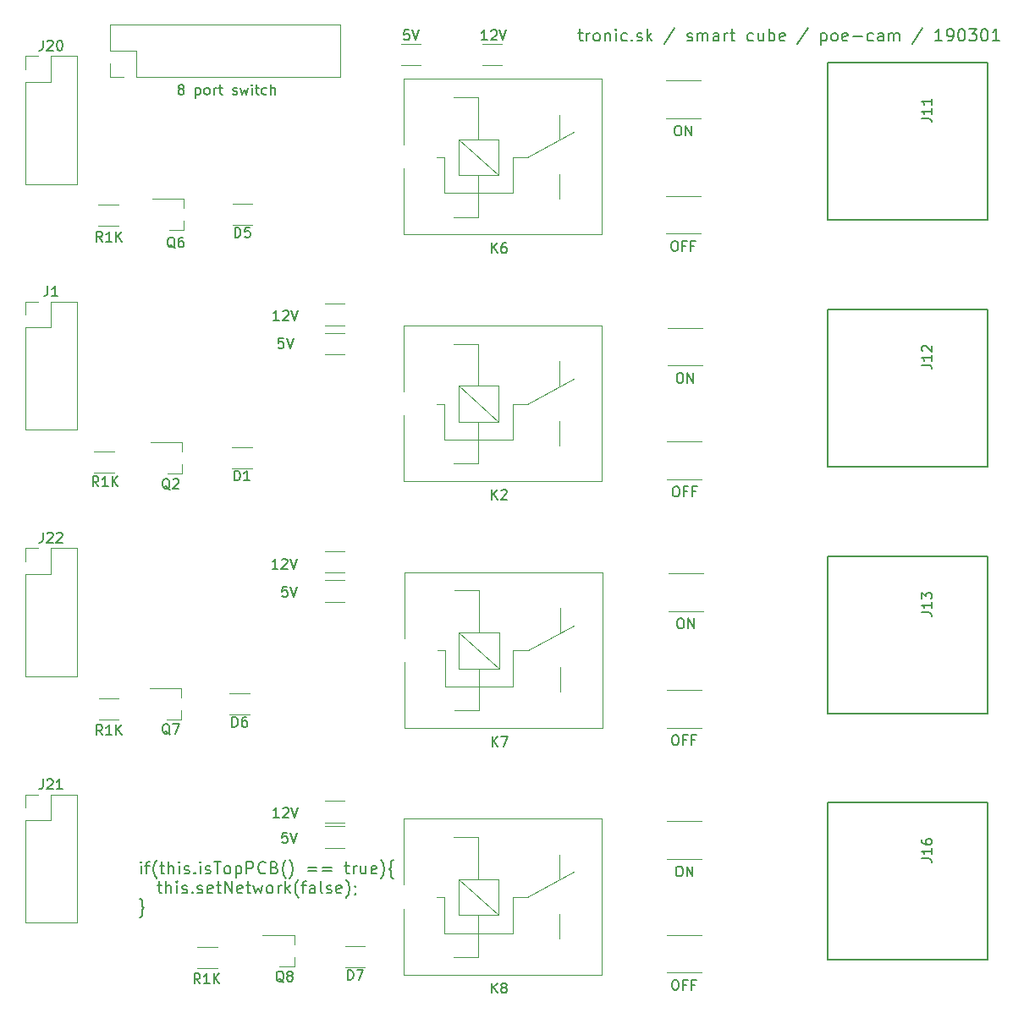
<source format=gto>
G04 #@! TF.FileFunction,Legend,Top*
%FSLAX46Y46*%
G04 Gerber Fmt 4.6, Leading zero omitted, Abs format (unit mm)*
G04 Created by KiCad (PCBNEW 4.0.7) date 03/01/19 13:16:32*
%MOMM*%
%LPD*%
G01*
G04 APERTURE LIST*
%ADD10C,0.100000*%
%ADD11C,0.150000*%
%ADD12C,0.200000*%
%ADD13C,0.120000*%
%ADD14C,0.180000*%
G04 APERTURE END LIST*
D10*
D11*
X150272714Y-138927857D02*
X150272714Y-138127857D01*
X150272714Y-137727857D02*
X150215571Y-137785000D01*
X150272714Y-137842143D01*
X150329857Y-137785000D01*
X150272714Y-137727857D01*
X150272714Y-137842143D01*
X150672715Y-138127857D02*
X151129858Y-138127857D01*
X150844143Y-138927857D02*
X150844143Y-137899286D01*
X150901286Y-137785000D01*
X151015572Y-137727857D01*
X151129858Y-137727857D01*
X151872714Y-139385000D02*
X151815572Y-139327857D01*
X151701286Y-139156429D01*
X151644143Y-139042143D01*
X151587000Y-138870714D01*
X151529857Y-138585000D01*
X151529857Y-138356429D01*
X151587000Y-138070714D01*
X151644143Y-137899286D01*
X151701286Y-137785000D01*
X151815572Y-137613571D01*
X151872714Y-137556429D01*
X152158429Y-138127857D02*
X152615572Y-138127857D01*
X152329857Y-137727857D02*
X152329857Y-138756429D01*
X152387000Y-138870714D01*
X152501286Y-138927857D01*
X152615572Y-138927857D01*
X153015571Y-138927857D02*
X153015571Y-137727857D01*
X153529857Y-138927857D02*
X153529857Y-138299286D01*
X153472714Y-138185000D01*
X153358428Y-138127857D01*
X153187000Y-138127857D01*
X153072714Y-138185000D01*
X153015571Y-138242143D01*
X154101285Y-138927857D02*
X154101285Y-138127857D01*
X154101285Y-137727857D02*
X154044142Y-137785000D01*
X154101285Y-137842143D01*
X154158428Y-137785000D01*
X154101285Y-137727857D01*
X154101285Y-137842143D01*
X154615571Y-138870714D02*
X154729857Y-138927857D01*
X154958429Y-138927857D01*
X155072714Y-138870714D01*
X155129857Y-138756429D01*
X155129857Y-138699286D01*
X155072714Y-138585000D01*
X154958429Y-138527857D01*
X154787000Y-138527857D01*
X154672714Y-138470714D01*
X154615571Y-138356429D01*
X154615571Y-138299286D01*
X154672714Y-138185000D01*
X154787000Y-138127857D01*
X154958429Y-138127857D01*
X155072714Y-138185000D01*
X155644143Y-138813571D02*
X155701286Y-138870714D01*
X155644143Y-138927857D01*
X155587000Y-138870714D01*
X155644143Y-138813571D01*
X155644143Y-138927857D01*
X156215572Y-138927857D02*
X156215572Y-138127857D01*
X156215572Y-137727857D02*
X156158429Y-137785000D01*
X156215572Y-137842143D01*
X156272715Y-137785000D01*
X156215572Y-137727857D01*
X156215572Y-137842143D01*
X156729858Y-138870714D02*
X156844144Y-138927857D01*
X157072716Y-138927857D01*
X157187001Y-138870714D01*
X157244144Y-138756429D01*
X157244144Y-138699286D01*
X157187001Y-138585000D01*
X157072716Y-138527857D01*
X156901287Y-138527857D01*
X156787001Y-138470714D01*
X156729858Y-138356429D01*
X156729858Y-138299286D01*
X156787001Y-138185000D01*
X156901287Y-138127857D01*
X157072716Y-138127857D01*
X157187001Y-138185000D01*
X157587002Y-137727857D02*
X158272716Y-137727857D01*
X157929859Y-138927857D02*
X157929859Y-137727857D01*
X158844145Y-138927857D02*
X158729859Y-138870714D01*
X158672716Y-138813571D01*
X158615573Y-138699286D01*
X158615573Y-138356429D01*
X158672716Y-138242143D01*
X158729859Y-138185000D01*
X158844145Y-138127857D01*
X159015573Y-138127857D01*
X159129859Y-138185000D01*
X159187002Y-138242143D01*
X159244145Y-138356429D01*
X159244145Y-138699286D01*
X159187002Y-138813571D01*
X159129859Y-138870714D01*
X159015573Y-138927857D01*
X158844145Y-138927857D01*
X159758430Y-138127857D02*
X159758430Y-139327857D01*
X159758430Y-138185000D02*
X159872716Y-138127857D01*
X160101287Y-138127857D01*
X160215573Y-138185000D01*
X160272716Y-138242143D01*
X160329859Y-138356429D01*
X160329859Y-138699286D01*
X160272716Y-138813571D01*
X160215573Y-138870714D01*
X160101287Y-138927857D01*
X159872716Y-138927857D01*
X159758430Y-138870714D01*
X160844144Y-138927857D02*
X160844144Y-137727857D01*
X161301287Y-137727857D01*
X161415573Y-137785000D01*
X161472716Y-137842143D01*
X161529859Y-137956429D01*
X161529859Y-138127857D01*
X161472716Y-138242143D01*
X161415573Y-138299286D01*
X161301287Y-138356429D01*
X160844144Y-138356429D01*
X162729859Y-138813571D02*
X162672716Y-138870714D01*
X162501287Y-138927857D01*
X162387001Y-138927857D01*
X162215573Y-138870714D01*
X162101287Y-138756429D01*
X162044144Y-138642143D01*
X161987001Y-138413571D01*
X161987001Y-138242143D01*
X162044144Y-138013571D01*
X162101287Y-137899286D01*
X162215573Y-137785000D01*
X162387001Y-137727857D01*
X162501287Y-137727857D01*
X162672716Y-137785000D01*
X162729859Y-137842143D01*
X163644144Y-138299286D02*
X163815573Y-138356429D01*
X163872716Y-138413571D01*
X163929859Y-138527857D01*
X163929859Y-138699286D01*
X163872716Y-138813571D01*
X163815573Y-138870714D01*
X163701287Y-138927857D01*
X163244144Y-138927857D01*
X163244144Y-137727857D01*
X163644144Y-137727857D01*
X163758430Y-137785000D01*
X163815573Y-137842143D01*
X163872716Y-137956429D01*
X163872716Y-138070714D01*
X163815573Y-138185000D01*
X163758430Y-138242143D01*
X163644144Y-138299286D01*
X163244144Y-138299286D01*
X164787001Y-139385000D02*
X164729859Y-139327857D01*
X164615573Y-139156429D01*
X164558430Y-139042143D01*
X164501287Y-138870714D01*
X164444144Y-138585000D01*
X164444144Y-138356429D01*
X164501287Y-138070714D01*
X164558430Y-137899286D01*
X164615573Y-137785000D01*
X164729859Y-137613571D01*
X164787001Y-137556429D01*
X165129859Y-139385000D02*
X165187001Y-139327857D01*
X165301287Y-139156429D01*
X165358430Y-139042143D01*
X165415573Y-138870714D01*
X165472716Y-138585000D01*
X165472716Y-138356429D01*
X165415573Y-138070714D01*
X165358430Y-137899286D01*
X165301287Y-137785000D01*
X165187001Y-137613571D01*
X165129859Y-137556429D01*
X166958430Y-138299286D02*
X167872716Y-138299286D01*
X167872716Y-138642143D02*
X166958430Y-138642143D01*
X168444144Y-138299286D02*
X169358430Y-138299286D01*
X169358430Y-138642143D02*
X168444144Y-138642143D01*
X170672716Y-138127857D02*
X171129859Y-138127857D01*
X170844144Y-137727857D02*
X170844144Y-138756429D01*
X170901287Y-138870714D01*
X171015573Y-138927857D01*
X171129859Y-138927857D01*
X171529858Y-138927857D02*
X171529858Y-138127857D01*
X171529858Y-138356429D02*
X171587001Y-138242143D01*
X171644144Y-138185000D01*
X171758430Y-138127857D01*
X171872715Y-138127857D01*
X172787001Y-138127857D02*
X172787001Y-138927857D01*
X172272715Y-138127857D02*
X172272715Y-138756429D01*
X172329858Y-138870714D01*
X172444144Y-138927857D01*
X172615572Y-138927857D01*
X172729858Y-138870714D01*
X172787001Y-138813571D01*
X173815572Y-138870714D02*
X173701286Y-138927857D01*
X173472715Y-138927857D01*
X173358429Y-138870714D01*
X173301286Y-138756429D01*
X173301286Y-138299286D01*
X173358429Y-138185000D01*
X173472715Y-138127857D01*
X173701286Y-138127857D01*
X173815572Y-138185000D01*
X173872715Y-138299286D01*
X173872715Y-138413571D01*
X173301286Y-138527857D01*
X174272715Y-139385000D02*
X174329857Y-139327857D01*
X174444143Y-139156429D01*
X174501286Y-139042143D01*
X174558429Y-138870714D01*
X174615572Y-138585000D01*
X174615572Y-138356429D01*
X174558429Y-138070714D01*
X174501286Y-137899286D01*
X174444143Y-137785000D01*
X174329857Y-137613571D01*
X174272715Y-137556429D01*
X175529857Y-139385000D02*
X175472715Y-139385000D01*
X175358429Y-139327857D01*
X175301286Y-139213571D01*
X175301286Y-138642143D01*
X175244143Y-138527857D01*
X175129857Y-138470714D01*
X175244143Y-138413571D01*
X175301286Y-138299286D01*
X175301286Y-137727857D01*
X175358429Y-137613571D01*
X175472715Y-137556429D01*
X175529857Y-137556429D01*
X151929858Y-140077857D02*
X152387001Y-140077857D01*
X152101286Y-139677857D02*
X152101286Y-140706429D01*
X152158429Y-140820714D01*
X152272715Y-140877857D01*
X152387001Y-140877857D01*
X152787000Y-140877857D02*
X152787000Y-139677857D01*
X153301286Y-140877857D02*
X153301286Y-140249286D01*
X153244143Y-140135000D01*
X153129857Y-140077857D01*
X152958429Y-140077857D01*
X152844143Y-140135000D01*
X152787000Y-140192143D01*
X153872714Y-140877857D02*
X153872714Y-140077857D01*
X153872714Y-139677857D02*
X153815571Y-139735000D01*
X153872714Y-139792143D01*
X153929857Y-139735000D01*
X153872714Y-139677857D01*
X153872714Y-139792143D01*
X154387000Y-140820714D02*
X154501286Y-140877857D01*
X154729858Y-140877857D01*
X154844143Y-140820714D01*
X154901286Y-140706429D01*
X154901286Y-140649286D01*
X154844143Y-140535000D01*
X154729858Y-140477857D01*
X154558429Y-140477857D01*
X154444143Y-140420714D01*
X154387000Y-140306429D01*
X154387000Y-140249286D01*
X154444143Y-140135000D01*
X154558429Y-140077857D01*
X154729858Y-140077857D01*
X154844143Y-140135000D01*
X155415572Y-140763571D02*
X155472715Y-140820714D01*
X155415572Y-140877857D01*
X155358429Y-140820714D01*
X155415572Y-140763571D01*
X155415572Y-140877857D01*
X155929858Y-140820714D02*
X156044144Y-140877857D01*
X156272716Y-140877857D01*
X156387001Y-140820714D01*
X156444144Y-140706429D01*
X156444144Y-140649286D01*
X156387001Y-140535000D01*
X156272716Y-140477857D01*
X156101287Y-140477857D01*
X155987001Y-140420714D01*
X155929858Y-140306429D01*
X155929858Y-140249286D01*
X155987001Y-140135000D01*
X156101287Y-140077857D01*
X156272716Y-140077857D01*
X156387001Y-140135000D01*
X157415573Y-140820714D02*
X157301287Y-140877857D01*
X157072716Y-140877857D01*
X156958430Y-140820714D01*
X156901287Y-140706429D01*
X156901287Y-140249286D01*
X156958430Y-140135000D01*
X157072716Y-140077857D01*
X157301287Y-140077857D01*
X157415573Y-140135000D01*
X157472716Y-140249286D01*
X157472716Y-140363571D01*
X156901287Y-140477857D01*
X157815573Y-140077857D02*
X158272716Y-140077857D01*
X157987001Y-139677857D02*
X157987001Y-140706429D01*
X158044144Y-140820714D01*
X158158430Y-140877857D01*
X158272716Y-140877857D01*
X158672715Y-140877857D02*
X158672715Y-139677857D01*
X159358430Y-140877857D01*
X159358430Y-139677857D01*
X160387001Y-140820714D02*
X160272715Y-140877857D01*
X160044144Y-140877857D01*
X159929858Y-140820714D01*
X159872715Y-140706429D01*
X159872715Y-140249286D01*
X159929858Y-140135000D01*
X160044144Y-140077857D01*
X160272715Y-140077857D01*
X160387001Y-140135000D01*
X160444144Y-140249286D01*
X160444144Y-140363571D01*
X159872715Y-140477857D01*
X160787001Y-140077857D02*
X161244144Y-140077857D01*
X160958429Y-139677857D02*
X160958429Y-140706429D01*
X161015572Y-140820714D01*
X161129858Y-140877857D01*
X161244144Y-140877857D01*
X161529858Y-140077857D02*
X161758429Y-140877857D01*
X161987000Y-140306429D01*
X162215572Y-140877857D01*
X162444143Y-140077857D01*
X163072715Y-140877857D02*
X162958429Y-140820714D01*
X162901286Y-140763571D01*
X162844143Y-140649286D01*
X162844143Y-140306429D01*
X162901286Y-140192143D01*
X162958429Y-140135000D01*
X163072715Y-140077857D01*
X163244143Y-140077857D01*
X163358429Y-140135000D01*
X163415572Y-140192143D01*
X163472715Y-140306429D01*
X163472715Y-140649286D01*
X163415572Y-140763571D01*
X163358429Y-140820714D01*
X163244143Y-140877857D01*
X163072715Y-140877857D01*
X163987000Y-140877857D02*
X163987000Y-140077857D01*
X163987000Y-140306429D02*
X164044143Y-140192143D01*
X164101286Y-140135000D01*
X164215572Y-140077857D01*
X164329857Y-140077857D01*
X164729857Y-140877857D02*
X164729857Y-139677857D01*
X164844143Y-140420714D02*
X165187000Y-140877857D01*
X165187000Y-140077857D02*
X164729857Y-140535000D01*
X166044143Y-141335000D02*
X165987001Y-141277857D01*
X165872715Y-141106429D01*
X165815572Y-140992143D01*
X165758429Y-140820714D01*
X165701286Y-140535000D01*
X165701286Y-140306429D01*
X165758429Y-140020714D01*
X165815572Y-139849286D01*
X165872715Y-139735000D01*
X165987001Y-139563571D01*
X166044143Y-139506429D01*
X166329858Y-140077857D02*
X166787001Y-140077857D01*
X166501286Y-140877857D02*
X166501286Y-139849286D01*
X166558429Y-139735000D01*
X166672715Y-139677857D01*
X166787001Y-139677857D01*
X167701286Y-140877857D02*
X167701286Y-140249286D01*
X167644143Y-140135000D01*
X167529857Y-140077857D01*
X167301286Y-140077857D01*
X167187000Y-140135000D01*
X167701286Y-140820714D02*
X167587000Y-140877857D01*
X167301286Y-140877857D01*
X167187000Y-140820714D01*
X167129857Y-140706429D01*
X167129857Y-140592143D01*
X167187000Y-140477857D01*
X167301286Y-140420714D01*
X167587000Y-140420714D01*
X167701286Y-140363571D01*
X168444143Y-140877857D02*
X168329857Y-140820714D01*
X168272714Y-140706429D01*
X168272714Y-139677857D01*
X168844142Y-140820714D02*
X168958428Y-140877857D01*
X169187000Y-140877857D01*
X169301285Y-140820714D01*
X169358428Y-140706429D01*
X169358428Y-140649286D01*
X169301285Y-140535000D01*
X169187000Y-140477857D01*
X169015571Y-140477857D01*
X168901285Y-140420714D01*
X168844142Y-140306429D01*
X168844142Y-140249286D01*
X168901285Y-140135000D01*
X169015571Y-140077857D01*
X169187000Y-140077857D01*
X169301285Y-140135000D01*
X170329857Y-140820714D02*
X170215571Y-140877857D01*
X169987000Y-140877857D01*
X169872714Y-140820714D01*
X169815571Y-140706429D01*
X169815571Y-140249286D01*
X169872714Y-140135000D01*
X169987000Y-140077857D01*
X170215571Y-140077857D01*
X170329857Y-140135000D01*
X170387000Y-140249286D01*
X170387000Y-140363571D01*
X169815571Y-140477857D01*
X170787000Y-141335000D02*
X170844142Y-141277857D01*
X170958428Y-141106429D01*
X171015571Y-140992143D01*
X171072714Y-140820714D01*
X171129857Y-140535000D01*
X171129857Y-140306429D01*
X171072714Y-140020714D01*
X171015571Y-139849286D01*
X170958428Y-139735000D01*
X170844142Y-139563571D01*
X170787000Y-139506429D01*
X171758428Y-140820714D02*
X171758428Y-140877857D01*
X171701285Y-140992143D01*
X171644142Y-141049286D01*
X171701285Y-140135000D02*
X171758428Y-140192143D01*
X171701285Y-140249286D01*
X171644142Y-140192143D01*
X171701285Y-140135000D01*
X171701285Y-140249286D01*
X150158429Y-143285000D02*
X150215571Y-143285000D01*
X150329857Y-143227857D01*
X150387000Y-143113571D01*
X150387000Y-142542143D01*
X150444143Y-142427857D01*
X150558429Y-142370714D01*
X150444143Y-142313571D01*
X150387000Y-142199286D01*
X150387000Y-141627857D01*
X150329857Y-141513571D01*
X150215571Y-141456429D01*
X150158429Y-141456429D01*
X154186523Y-60332952D02*
X154091285Y-60285333D01*
X154043666Y-60237714D01*
X153996047Y-60142476D01*
X153996047Y-60094857D01*
X154043666Y-59999619D01*
X154091285Y-59952000D01*
X154186523Y-59904381D01*
X154377000Y-59904381D01*
X154472238Y-59952000D01*
X154519857Y-59999619D01*
X154567476Y-60094857D01*
X154567476Y-60142476D01*
X154519857Y-60237714D01*
X154472238Y-60285333D01*
X154377000Y-60332952D01*
X154186523Y-60332952D01*
X154091285Y-60380571D01*
X154043666Y-60428190D01*
X153996047Y-60523429D01*
X153996047Y-60713905D01*
X154043666Y-60809143D01*
X154091285Y-60856762D01*
X154186523Y-60904381D01*
X154377000Y-60904381D01*
X154472238Y-60856762D01*
X154519857Y-60809143D01*
X154567476Y-60713905D01*
X154567476Y-60523429D01*
X154519857Y-60428190D01*
X154472238Y-60380571D01*
X154377000Y-60332952D01*
X155757952Y-60237714D02*
X155757952Y-61237714D01*
X155757952Y-60285333D02*
X155853190Y-60237714D01*
X156043667Y-60237714D01*
X156138905Y-60285333D01*
X156186524Y-60332952D01*
X156234143Y-60428190D01*
X156234143Y-60713905D01*
X156186524Y-60809143D01*
X156138905Y-60856762D01*
X156043667Y-60904381D01*
X155853190Y-60904381D01*
X155757952Y-60856762D01*
X156805571Y-60904381D02*
X156710333Y-60856762D01*
X156662714Y-60809143D01*
X156615095Y-60713905D01*
X156615095Y-60428190D01*
X156662714Y-60332952D01*
X156710333Y-60285333D01*
X156805571Y-60237714D01*
X156948429Y-60237714D01*
X157043667Y-60285333D01*
X157091286Y-60332952D01*
X157138905Y-60428190D01*
X157138905Y-60713905D01*
X157091286Y-60809143D01*
X157043667Y-60856762D01*
X156948429Y-60904381D01*
X156805571Y-60904381D01*
X157567476Y-60904381D02*
X157567476Y-60237714D01*
X157567476Y-60428190D02*
X157615095Y-60332952D01*
X157662714Y-60285333D01*
X157757952Y-60237714D01*
X157853191Y-60237714D01*
X158043667Y-60237714D02*
X158424619Y-60237714D01*
X158186524Y-59904381D02*
X158186524Y-60761524D01*
X158234143Y-60856762D01*
X158329381Y-60904381D01*
X158424619Y-60904381D01*
X159472239Y-60856762D02*
X159567477Y-60904381D01*
X159757953Y-60904381D01*
X159853192Y-60856762D01*
X159900811Y-60761524D01*
X159900811Y-60713905D01*
X159853192Y-60618667D01*
X159757953Y-60571048D01*
X159615096Y-60571048D01*
X159519858Y-60523429D01*
X159472239Y-60428190D01*
X159472239Y-60380571D01*
X159519858Y-60285333D01*
X159615096Y-60237714D01*
X159757953Y-60237714D01*
X159853192Y-60285333D01*
X160234144Y-60237714D02*
X160424620Y-60904381D01*
X160615097Y-60428190D01*
X160805573Y-60904381D01*
X160996049Y-60237714D01*
X161377001Y-60904381D02*
X161377001Y-60237714D01*
X161377001Y-59904381D02*
X161329382Y-59952000D01*
X161377001Y-59999619D01*
X161424620Y-59952000D01*
X161377001Y-59904381D01*
X161377001Y-59999619D01*
X161710334Y-60237714D02*
X162091286Y-60237714D01*
X161853191Y-59904381D02*
X161853191Y-60761524D01*
X161900810Y-60856762D01*
X161996048Y-60904381D01*
X162091286Y-60904381D01*
X162853192Y-60856762D02*
X162757954Y-60904381D01*
X162567477Y-60904381D01*
X162472239Y-60856762D01*
X162424620Y-60809143D01*
X162377001Y-60713905D01*
X162377001Y-60428190D01*
X162424620Y-60332952D01*
X162472239Y-60285333D01*
X162567477Y-60237714D01*
X162757954Y-60237714D01*
X162853192Y-60285333D01*
X163281763Y-60904381D02*
X163281763Y-59904381D01*
X163710335Y-60904381D02*
X163710335Y-60380571D01*
X163662716Y-60285333D01*
X163567478Y-60237714D01*
X163424620Y-60237714D01*
X163329382Y-60285333D01*
X163281763Y-60332952D01*
X146399334Y-75636381D02*
X146066000Y-75160190D01*
X145827905Y-75636381D02*
X145827905Y-74636381D01*
X146208858Y-74636381D01*
X146304096Y-74684000D01*
X146351715Y-74731619D01*
X146399334Y-74826857D01*
X146399334Y-74969714D01*
X146351715Y-75064952D01*
X146304096Y-75112571D01*
X146208858Y-75160190D01*
X145827905Y-75160190D01*
X147351715Y-75636381D02*
X146780286Y-75636381D01*
X147066000Y-75636381D02*
X147066000Y-74636381D01*
X146970762Y-74779238D01*
X146875524Y-74874476D01*
X146780286Y-74922095D01*
X147780286Y-75636381D02*
X147780286Y-74636381D01*
X148351715Y-75636381D02*
X147923143Y-75064952D01*
X148351715Y-74636381D02*
X147780286Y-75207810D01*
X146018334Y-100147381D02*
X145685000Y-99671190D01*
X145446905Y-100147381D02*
X145446905Y-99147381D01*
X145827858Y-99147381D01*
X145923096Y-99195000D01*
X145970715Y-99242619D01*
X146018334Y-99337857D01*
X146018334Y-99480714D01*
X145970715Y-99575952D01*
X145923096Y-99623571D01*
X145827858Y-99671190D01*
X145446905Y-99671190D01*
X146970715Y-100147381D02*
X146399286Y-100147381D01*
X146685000Y-100147381D02*
X146685000Y-99147381D01*
X146589762Y-99290238D01*
X146494524Y-99385476D01*
X146399286Y-99433095D01*
X147399286Y-100147381D02*
X147399286Y-99147381D01*
X147970715Y-100147381D02*
X147542143Y-99575952D01*
X147970715Y-99147381D02*
X147399286Y-99718810D01*
X146399334Y-125039381D02*
X146066000Y-124563190D01*
X145827905Y-125039381D02*
X145827905Y-124039381D01*
X146208858Y-124039381D01*
X146304096Y-124087000D01*
X146351715Y-124134619D01*
X146399334Y-124229857D01*
X146399334Y-124372714D01*
X146351715Y-124467952D01*
X146304096Y-124515571D01*
X146208858Y-124563190D01*
X145827905Y-124563190D01*
X147351715Y-125039381D02*
X146780286Y-125039381D01*
X147066000Y-125039381D02*
X147066000Y-124039381D01*
X146970762Y-124182238D01*
X146875524Y-124277476D01*
X146780286Y-124325095D01*
X147780286Y-125039381D02*
X147780286Y-124039381D01*
X148351715Y-125039381D02*
X147923143Y-124467952D01*
X148351715Y-124039381D02*
X147780286Y-124610810D01*
X156178334Y-149931381D02*
X155845000Y-149455190D01*
X155606905Y-149931381D02*
X155606905Y-148931381D01*
X155987858Y-148931381D01*
X156083096Y-148979000D01*
X156130715Y-149026619D01*
X156178334Y-149121857D01*
X156178334Y-149264714D01*
X156130715Y-149359952D01*
X156083096Y-149407571D01*
X155987858Y-149455190D01*
X155606905Y-149455190D01*
X157130715Y-149931381D02*
X156559286Y-149931381D01*
X156845000Y-149931381D02*
X156845000Y-148931381D01*
X156749762Y-149074238D01*
X156654524Y-149169476D01*
X156559286Y-149217095D01*
X157559286Y-149931381D02*
X157559286Y-148931381D01*
X158130715Y-149931381D02*
X157702143Y-149359952D01*
X158130715Y-148931381D02*
X157559286Y-149502810D01*
X164909524Y-134834381D02*
X164433333Y-134834381D01*
X164385714Y-135310571D01*
X164433333Y-135262952D01*
X164528571Y-135215333D01*
X164766667Y-135215333D01*
X164861905Y-135262952D01*
X164909524Y-135310571D01*
X164957143Y-135405810D01*
X164957143Y-135643905D01*
X164909524Y-135739143D01*
X164861905Y-135786762D01*
X164766667Y-135834381D01*
X164528571Y-135834381D01*
X164433333Y-135786762D01*
X164385714Y-135739143D01*
X165242857Y-134834381D02*
X165576190Y-135834381D01*
X165909524Y-134834381D01*
X164909524Y-110196381D02*
X164433333Y-110196381D01*
X164385714Y-110672571D01*
X164433333Y-110624952D01*
X164528571Y-110577333D01*
X164766667Y-110577333D01*
X164861905Y-110624952D01*
X164909524Y-110672571D01*
X164957143Y-110767810D01*
X164957143Y-111005905D01*
X164909524Y-111101143D01*
X164861905Y-111148762D01*
X164766667Y-111196381D01*
X164528571Y-111196381D01*
X164433333Y-111148762D01*
X164385714Y-111101143D01*
X165242857Y-110196381D02*
X165576190Y-111196381D01*
X165909524Y-110196381D01*
X164099953Y-133294381D02*
X163528524Y-133294381D01*
X163814238Y-133294381D02*
X163814238Y-132294381D01*
X163719000Y-132437238D01*
X163623762Y-132532476D01*
X163528524Y-132580095D01*
X164480905Y-132389619D02*
X164528524Y-132342000D01*
X164623762Y-132294381D01*
X164861858Y-132294381D01*
X164957096Y-132342000D01*
X165004715Y-132389619D01*
X165052334Y-132484857D01*
X165052334Y-132580095D01*
X165004715Y-132722952D01*
X164433286Y-133294381D01*
X165052334Y-133294381D01*
X165338048Y-132294381D02*
X165671381Y-133294381D01*
X166004715Y-132294381D01*
X163972953Y-108402381D02*
X163401524Y-108402381D01*
X163687238Y-108402381D02*
X163687238Y-107402381D01*
X163592000Y-107545238D01*
X163496762Y-107640476D01*
X163401524Y-107688095D01*
X164353905Y-107497619D02*
X164401524Y-107450000D01*
X164496762Y-107402381D01*
X164734858Y-107402381D01*
X164830096Y-107450000D01*
X164877715Y-107497619D01*
X164925334Y-107592857D01*
X164925334Y-107688095D01*
X164877715Y-107830952D01*
X164306286Y-108402381D01*
X164925334Y-108402381D01*
X165211048Y-107402381D02*
X165544381Y-108402381D01*
X165877715Y-107402381D01*
X164099953Y-83510381D02*
X163528524Y-83510381D01*
X163814238Y-83510381D02*
X163814238Y-82510381D01*
X163719000Y-82653238D01*
X163623762Y-82748476D01*
X163528524Y-82796095D01*
X164480905Y-82605619D02*
X164528524Y-82558000D01*
X164623762Y-82510381D01*
X164861858Y-82510381D01*
X164957096Y-82558000D01*
X165004715Y-82605619D01*
X165052334Y-82700857D01*
X165052334Y-82796095D01*
X165004715Y-82938952D01*
X164433286Y-83510381D01*
X165052334Y-83510381D01*
X165338048Y-82510381D02*
X165671381Y-83510381D01*
X166004715Y-82510381D01*
X184927953Y-55443381D02*
X184356524Y-55443381D01*
X184642238Y-55443381D02*
X184642238Y-54443381D01*
X184547000Y-54586238D01*
X184451762Y-54681476D01*
X184356524Y-54729095D01*
X185308905Y-54538619D02*
X185356524Y-54491000D01*
X185451762Y-54443381D01*
X185689858Y-54443381D01*
X185785096Y-54491000D01*
X185832715Y-54538619D01*
X185880334Y-54633857D01*
X185880334Y-54729095D01*
X185832715Y-54871952D01*
X185261286Y-55443381D01*
X185880334Y-55443381D01*
X186166048Y-54443381D02*
X186499381Y-55443381D01*
X186832715Y-54443381D01*
X177101524Y-54443381D02*
X176625333Y-54443381D01*
X176577714Y-54919571D01*
X176625333Y-54871952D01*
X176720571Y-54824333D01*
X176958667Y-54824333D01*
X177053905Y-54871952D01*
X177101524Y-54919571D01*
X177149143Y-55014810D01*
X177149143Y-55252905D01*
X177101524Y-55348143D01*
X177053905Y-55395762D01*
X176958667Y-55443381D01*
X176720571Y-55443381D01*
X176625333Y-55395762D01*
X176577714Y-55348143D01*
X177434857Y-54443381D02*
X177768190Y-55443381D01*
X178101524Y-54443381D01*
X164528524Y-85304381D02*
X164052333Y-85304381D01*
X164004714Y-85780571D01*
X164052333Y-85732952D01*
X164147571Y-85685333D01*
X164385667Y-85685333D01*
X164480905Y-85732952D01*
X164528524Y-85780571D01*
X164576143Y-85875810D01*
X164576143Y-86113905D01*
X164528524Y-86209143D01*
X164480905Y-86256762D01*
X164385667Y-86304381D01*
X164147571Y-86304381D01*
X164052333Y-86256762D01*
X164004714Y-86209143D01*
X164861857Y-85304381D02*
X165195190Y-86304381D01*
X165528524Y-85304381D01*
D12*
X194023716Y-54733857D02*
X194480859Y-54733857D01*
X194195144Y-54333857D02*
X194195144Y-55362429D01*
X194252287Y-55476714D01*
X194366573Y-55533857D01*
X194480859Y-55533857D01*
X194880858Y-55533857D02*
X194880858Y-54733857D01*
X194880858Y-54962429D02*
X194938001Y-54848143D01*
X194995144Y-54791000D01*
X195109430Y-54733857D01*
X195223715Y-54733857D01*
X195795144Y-55533857D02*
X195680858Y-55476714D01*
X195623715Y-55419571D01*
X195566572Y-55305286D01*
X195566572Y-54962429D01*
X195623715Y-54848143D01*
X195680858Y-54791000D01*
X195795144Y-54733857D01*
X195966572Y-54733857D01*
X196080858Y-54791000D01*
X196138001Y-54848143D01*
X196195144Y-54962429D01*
X196195144Y-55305286D01*
X196138001Y-55419571D01*
X196080858Y-55476714D01*
X195966572Y-55533857D01*
X195795144Y-55533857D01*
X196709429Y-54733857D02*
X196709429Y-55533857D01*
X196709429Y-54848143D02*
X196766572Y-54791000D01*
X196880858Y-54733857D01*
X197052286Y-54733857D01*
X197166572Y-54791000D01*
X197223715Y-54905286D01*
X197223715Y-55533857D01*
X197795143Y-55533857D02*
X197795143Y-54733857D01*
X197795143Y-54333857D02*
X197738000Y-54391000D01*
X197795143Y-54448143D01*
X197852286Y-54391000D01*
X197795143Y-54333857D01*
X197795143Y-54448143D01*
X198880858Y-55476714D02*
X198766572Y-55533857D01*
X198538001Y-55533857D01*
X198423715Y-55476714D01*
X198366572Y-55419571D01*
X198309429Y-55305286D01*
X198309429Y-54962429D01*
X198366572Y-54848143D01*
X198423715Y-54791000D01*
X198538001Y-54733857D01*
X198766572Y-54733857D01*
X198880858Y-54791000D01*
X199395143Y-55419571D02*
X199452286Y-55476714D01*
X199395143Y-55533857D01*
X199338000Y-55476714D01*
X199395143Y-55419571D01*
X199395143Y-55533857D01*
X199909429Y-55476714D02*
X200023715Y-55533857D01*
X200252287Y-55533857D01*
X200366572Y-55476714D01*
X200423715Y-55362429D01*
X200423715Y-55305286D01*
X200366572Y-55191000D01*
X200252287Y-55133857D01*
X200080858Y-55133857D01*
X199966572Y-55076714D01*
X199909429Y-54962429D01*
X199909429Y-54905286D01*
X199966572Y-54791000D01*
X200080858Y-54733857D01*
X200252287Y-54733857D01*
X200366572Y-54791000D01*
X200938001Y-55533857D02*
X200938001Y-54333857D01*
X201052287Y-55076714D02*
X201395144Y-55533857D01*
X201395144Y-54733857D02*
X200938001Y-55191000D01*
X203680859Y-54276714D02*
X202652288Y-55819571D01*
X204938002Y-55476714D02*
X205052288Y-55533857D01*
X205280860Y-55533857D01*
X205395145Y-55476714D01*
X205452288Y-55362429D01*
X205452288Y-55305286D01*
X205395145Y-55191000D01*
X205280860Y-55133857D01*
X205109431Y-55133857D01*
X204995145Y-55076714D01*
X204938002Y-54962429D01*
X204938002Y-54905286D01*
X204995145Y-54791000D01*
X205109431Y-54733857D01*
X205280860Y-54733857D01*
X205395145Y-54791000D01*
X205966574Y-55533857D02*
X205966574Y-54733857D01*
X205966574Y-54848143D02*
X206023717Y-54791000D01*
X206138003Y-54733857D01*
X206309431Y-54733857D01*
X206423717Y-54791000D01*
X206480860Y-54905286D01*
X206480860Y-55533857D01*
X206480860Y-54905286D02*
X206538003Y-54791000D01*
X206652289Y-54733857D01*
X206823717Y-54733857D01*
X206938003Y-54791000D01*
X206995146Y-54905286D01*
X206995146Y-55533857D01*
X208080860Y-55533857D02*
X208080860Y-54905286D01*
X208023717Y-54791000D01*
X207909431Y-54733857D01*
X207680860Y-54733857D01*
X207566574Y-54791000D01*
X208080860Y-55476714D02*
X207966574Y-55533857D01*
X207680860Y-55533857D01*
X207566574Y-55476714D01*
X207509431Y-55362429D01*
X207509431Y-55248143D01*
X207566574Y-55133857D01*
X207680860Y-55076714D01*
X207966574Y-55076714D01*
X208080860Y-55019571D01*
X208652288Y-55533857D02*
X208652288Y-54733857D01*
X208652288Y-54962429D02*
X208709431Y-54848143D01*
X208766574Y-54791000D01*
X208880860Y-54733857D01*
X208995145Y-54733857D01*
X209223717Y-54733857D02*
X209680860Y-54733857D01*
X209395145Y-54333857D02*
X209395145Y-55362429D01*
X209452288Y-55476714D01*
X209566574Y-55533857D01*
X209680860Y-55533857D01*
X211509431Y-55476714D02*
X211395145Y-55533857D01*
X211166574Y-55533857D01*
X211052288Y-55476714D01*
X210995145Y-55419571D01*
X210938002Y-55305286D01*
X210938002Y-54962429D01*
X210995145Y-54848143D01*
X211052288Y-54791000D01*
X211166574Y-54733857D01*
X211395145Y-54733857D01*
X211509431Y-54791000D01*
X212538002Y-54733857D02*
X212538002Y-55533857D01*
X212023716Y-54733857D02*
X212023716Y-55362429D01*
X212080859Y-55476714D01*
X212195145Y-55533857D01*
X212366573Y-55533857D01*
X212480859Y-55476714D01*
X212538002Y-55419571D01*
X213109430Y-55533857D02*
X213109430Y-54333857D01*
X213109430Y-54791000D02*
X213223716Y-54733857D01*
X213452287Y-54733857D01*
X213566573Y-54791000D01*
X213623716Y-54848143D01*
X213680859Y-54962429D01*
X213680859Y-55305286D01*
X213623716Y-55419571D01*
X213566573Y-55476714D01*
X213452287Y-55533857D01*
X213223716Y-55533857D01*
X213109430Y-55476714D01*
X214652287Y-55476714D02*
X214538001Y-55533857D01*
X214309430Y-55533857D01*
X214195144Y-55476714D01*
X214138001Y-55362429D01*
X214138001Y-54905286D01*
X214195144Y-54791000D01*
X214309430Y-54733857D01*
X214538001Y-54733857D01*
X214652287Y-54791000D01*
X214709430Y-54905286D01*
X214709430Y-55019571D01*
X214138001Y-55133857D01*
X216995144Y-54276714D02*
X215966573Y-55819571D01*
X218309430Y-54733857D02*
X218309430Y-55933857D01*
X218309430Y-54791000D02*
X218423716Y-54733857D01*
X218652287Y-54733857D01*
X218766573Y-54791000D01*
X218823716Y-54848143D01*
X218880859Y-54962429D01*
X218880859Y-55305286D01*
X218823716Y-55419571D01*
X218766573Y-55476714D01*
X218652287Y-55533857D01*
X218423716Y-55533857D01*
X218309430Y-55476714D01*
X219566573Y-55533857D02*
X219452287Y-55476714D01*
X219395144Y-55419571D01*
X219338001Y-55305286D01*
X219338001Y-54962429D01*
X219395144Y-54848143D01*
X219452287Y-54791000D01*
X219566573Y-54733857D01*
X219738001Y-54733857D01*
X219852287Y-54791000D01*
X219909430Y-54848143D01*
X219966573Y-54962429D01*
X219966573Y-55305286D01*
X219909430Y-55419571D01*
X219852287Y-55476714D01*
X219738001Y-55533857D01*
X219566573Y-55533857D01*
X220938001Y-55476714D02*
X220823715Y-55533857D01*
X220595144Y-55533857D01*
X220480858Y-55476714D01*
X220423715Y-55362429D01*
X220423715Y-54905286D01*
X220480858Y-54791000D01*
X220595144Y-54733857D01*
X220823715Y-54733857D01*
X220938001Y-54791000D01*
X220995144Y-54905286D01*
X220995144Y-55019571D01*
X220423715Y-55133857D01*
X221509429Y-55076714D02*
X222423715Y-55076714D01*
X223509429Y-55476714D02*
X223395143Y-55533857D01*
X223166572Y-55533857D01*
X223052286Y-55476714D01*
X222995143Y-55419571D01*
X222938000Y-55305286D01*
X222938000Y-54962429D01*
X222995143Y-54848143D01*
X223052286Y-54791000D01*
X223166572Y-54733857D01*
X223395143Y-54733857D01*
X223509429Y-54791000D01*
X224538000Y-55533857D02*
X224538000Y-54905286D01*
X224480857Y-54791000D01*
X224366571Y-54733857D01*
X224138000Y-54733857D01*
X224023714Y-54791000D01*
X224538000Y-55476714D02*
X224423714Y-55533857D01*
X224138000Y-55533857D01*
X224023714Y-55476714D01*
X223966571Y-55362429D01*
X223966571Y-55248143D01*
X224023714Y-55133857D01*
X224138000Y-55076714D01*
X224423714Y-55076714D01*
X224538000Y-55019571D01*
X225109428Y-55533857D02*
X225109428Y-54733857D01*
X225109428Y-54848143D02*
X225166571Y-54791000D01*
X225280857Y-54733857D01*
X225452285Y-54733857D01*
X225566571Y-54791000D01*
X225623714Y-54905286D01*
X225623714Y-55533857D01*
X225623714Y-54905286D02*
X225680857Y-54791000D01*
X225795143Y-54733857D01*
X225966571Y-54733857D01*
X226080857Y-54791000D01*
X226138000Y-54905286D01*
X226138000Y-55533857D01*
X228480857Y-54276714D02*
X227452286Y-55819571D01*
X230423715Y-55533857D02*
X229738000Y-55533857D01*
X230080858Y-55533857D02*
X230080858Y-54333857D01*
X229966572Y-54505286D01*
X229852286Y-54619571D01*
X229738000Y-54676714D01*
X230995143Y-55533857D02*
X231223715Y-55533857D01*
X231338000Y-55476714D01*
X231395143Y-55419571D01*
X231509429Y-55248143D01*
X231566572Y-55019571D01*
X231566572Y-54562429D01*
X231509429Y-54448143D01*
X231452286Y-54391000D01*
X231338000Y-54333857D01*
X231109429Y-54333857D01*
X230995143Y-54391000D01*
X230938000Y-54448143D01*
X230880857Y-54562429D01*
X230880857Y-54848143D01*
X230938000Y-54962429D01*
X230995143Y-55019571D01*
X231109429Y-55076714D01*
X231338000Y-55076714D01*
X231452286Y-55019571D01*
X231509429Y-54962429D01*
X231566572Y-54848143D01*
X232309429Y-54333857D02*
X232423714Y-54333857D01*
X232538000Y-54391000D01*
X232595143Y-54448143D01*
X232652286Y-54562429D01*
X232709429Y-54791000D01*
X232709429Y-55076714D01*
X232652286Y-55305286D01*
X232595143Y-55419571D01*
X232538000Y-55476714D01*
X232423714Y-55533857D01*
X232309429Y-55533857D01*
X232195143Y-55476714D01*
X232138000Y-55419571D01*
X232080857Y-55305286D01*
X232023714Y-55076714D01*
X232023714Y-54791000D01*
X232080857Y-54562429D01*
X232138000Y-54448143D01*
X232195143Y-54391000D01*
X232309429Y-54333857D01*
X233109429Y-54333857D02*
X233852286Y-54333857D01*
X233452286Y-54791000D01*
X233623714Y-54791000D01*
X233738000Y-54848143D01*
X233795143Y-54905286D01*
X233852286Y-55019571D01*
X233852286Y-55305286D01*
X233795143Y-55419571D01*
X233738000Y-55476714D01*
X233623714Y-55533857D01*
X233280857Y-55533857D01*
X233166571Y-55476714D01*
X233109429Y-55419571D01*
X234595143Y-54333857D02*
X234709428Y-54333857D01*
X234823714Y-54391000D01*
X234880857Y-54448143D01*
X234938000Y-54562429D01*
X234995143Y-54791000D01*
X234995143Y-55076714D01*
X234938000Y-55305286D01*
X234880857Y-55419571D01*
X234823714Y-55476714D01*
X234709428Y-55533857D01*
X234595143Y-55533857D01*
X234480857Y-55476714D01*
X234423714Y-55419571D01*
X234366571Y-55305286D01*
X234309428Y-55076714D01*
X234309428Y-54791000D01*
X234366571Y-54562429D01*
X234423714Y-54448143D01*
X234480857Y-54391000D01*
X234595143Y-54333857D01*
X236138000Y-55533857D02*
X235452285Y-55533857D01*
X235795143Y-55533857D02*
X235795143Y-54333857D01*
X235680857Y-54505286D01*
X235566571Y-54619571D01*
X235452285Y-54676714D01*
D11*
X219011500Y-147574000D02*
X235013500Y-147574000D01*
X235013500Y-131826000D02*
X219900500Y-131826000D01*
X219011500Y-147574000D02*
X219011500Y-146812000D01*
X220535500Y-131826000D02*
X219011500Y-131826000D01*
X219011500Y-131826000D02*
X219011500Y-147066000D01*
X235013500Y-147574000D02*
X235013500Y-131826000D01*
D13*
X206263500Y-71081500D02*
X202803500Y-71081500D01*
X206263500Y-74841500D02*
X202803500Y-74841500D01*
X206263500Y-59524500D02*
X202803500Y-59524500D01*
X206263500Y-63284500D02*
X202803500Y-63284500D01*
X176590500Y-68319500D02*
X176590500Y-74919500D01*
X176590500Y-59319500D02*
X176590500Y-65919500D01*
X176590500Y-59319500D02*
X196390500Y-59319500D01*
X196390500Y-59319500D02*
X196390500Y-74919500D01*
X196390500Y-74919500D02*
X176590500Y-74919500D01*
X192140500Y-71319500D02*
X192140500Y-68869500D01*
X192140500Y-62919500D02*
X192140500Y-65419500D01*
X181540500Y-73169500D02*
X184040500Y-73169500D01*
X180640500Y-67169500D02*
X179840500Y-67169500D01*
X184040500Y-61169500D02*
X181540500Y-61169500D01*
X187440500Y-67169500D02*
X188940500Y-67169500D01*
X188940500Y-67169500D02*
X193540500Y-64669500D01*
X187440500Y-70769500D02*
X180640500Y-70769500D01*
X187440500Y-67169500D02*
X187440500Y-70769500D01*
X180640500Y-67169500D02*
X180640500Y-70769500D01*
X184040500Y-61169500D02*
X184040500Y-65369500D01*
X184040500Y-68969500D02*
X184040500Y-73169500D01*
X186040500Y-68969500D02*
X182040500Y-65369500D01*
X182040500Y-68969500D02*
X182040500Y-65369500D01*
X182040500Y-65369500D02*
X186040500Y-65369500D01*
X186040500Y-65369500D02*
X186040500Y-68969500D01*
X186040500Y-68969500D02*
X182040500Y-68969500D01*
X154582400Y-74478000D02*
X154582400Y-73548000D01*
X154582400Y-71318000D02*
X154582400Y-72248000D01*
X154582400Y-71318000D02*
X151422400Y-71318000D01*
X154582400Y-74478000D02*
X153122400Y-74478000D01*
X146015200Y-71929600D02*
X148015200Y-71929600D01*
X148015200Y-74069600D02*
X146015200Y-74069600D01*
X176292000Y-55826000D02*
X178292000Y-55826000D01*
X178292000Y-57966000D02*
X176292000Y-57966000D01*
X186420000Y-57966000D02*
X184420000Y-57966000D01*
X184420000Y-55826000D02*
X186420000Y-55826000D01*
X206327000Y-145059000D02*
X202867000Y-145059000D01*
X206327000Y-148819000D02*
X202867000Y-148819000D01*
X206390500Y-133692500D02*
X202930500Y-133692500D01*
X206390500Y-137452500D02*
X202930500Y-137452500D01*
X176590500Y-142424000D02*
X176590500Y-149024000D01*
X176590500Y-133424000D02*
X176590500Y-140024000D01*
X176590500Y-133424000D02*
X196390500Y-133424000D01*
X196390500Y-133424000D02*
X196390500Y-149024000D01*
X196390500Y-149024000D02*
X176590500Y-149024000D01*
X192140500Y-145424000D02*
X192140500Y-142974000D01*
X192140500Y-137024000D02*
X192140500Y-139524000D01*
X181540500Y-147274000D02*
X184040500Y-147274000D01*
X180640500Y-141274000D02*
X179840500Y-141274000D01*
X184040500Y-135274000D02*
X181540500Y-135274000D01*
X187440500Y-141274000D02*
X188940500Y-141274000D01*
X188940500Y-141274000D02*
X193540500Y-138774000D01*
X187440500Y-144874000D02*
X180640500Y-144874000D01*
X187440500Y-141274000D02*
X187440500Y-144874000D01*
X180640500Y-141274000D02*
X180640500Y-144874000D01*
X184040500Y-135274000D02*
X184040500Y-139474000D01*
X184040500Y-143074000D02*
X184040500Y-147274000D01*
X186040500Y-143074000D02*
X182040500Y-139474000D01*
X182040500Y-143074000D02*
X182040500Y-139474000D01*
X182040500Y-139474000D02*
X186040500Y-139474000D01*
X186040500Y-139474000D02*
X186040500Y-143074000D01*
X186040500Y-143074000D02*
X182040500Y-143074000D01*
X165606000Y-148201500D02*
X165606000Y-147271500D01*
X165606000Y-145041500D02*
X165606000Y-145971500D01*
X165606000Y-145041500D02*
X162446000Y-145041500D01*
X165606000Y-148201500D02*
X164146000Y-148201500D01*
X155908500Y-146250000D02*
X157908500Y-146250000D01*
X157908500Y-148390000D02*
X155908500Y-148390000D01*
X168672000Y-134185000D02*
X170672000Y-134185000D01*
X170672000Y-136325000D02*
X168672000Y-136325000D01*
X168672000Y-131645000D02*
X170672000Y-131645000D01*
X170672000Y-133785000D02*
X168672000Y-133785000D01*
X206390500Y-95656000D02*
X202930500Y-95656000D01*
X206390500Y-99416000D02*
X202930500Y-99416000D01*
X206454000Y-84289500D02*
X202994000Y-84289500D01*
X206454000Y-88049500D02*
X202994000Y-88049500D01*
X206327000Y-120548000D02*
X202867000Y-120548000D01*
X206327000Y-124308000D02*
X202867000Y-124308000D01*
X206517500Y-108864000D02*
X203057500Y-108864000D01*
X206517500Y-112624000D02*
X203057500Y-112624000D01*
X176590500Y-93021000D02*
X176590500Y-99621000D01*
X176590500Y-84021000D02*
X176590500Y-90621000D01*
X176590500Y-84021000D02*
X196390500Y-84021000D01*
X196390500Y-84021000D02*
X196390500Y-99621000D01*
X196390500Y-99621000D02*
X176590500Y-99621000D01*
X192140500Y-96021000D02*
X192140500Y-93571000D01*
X192140500Y-87621000D02*
X192140500Y-90121000D01*
X181540500Y-97871000D02*
X184040500Y-97871000D01*
X180640500Y-91871000D02*
X179840500Y-91871000D01*
X184040500Y-85871000D02*
X181540500Y-85871000D01*
X187440500Y-91871000D02*
X188940500Y-91871000D01*
X188940500Y-91871000D02*
X193540500Y-89371000D01*
X187440500Y-95471000D02*
X180640500Y-95471000D01*
X187440500Y-91871000D02*
X187440500Y-95471000D01*
X180640500Y-91871000D02*
X180640500Y-95471000D01*
X184040500Y-85871000D02*
X184040500Y-90071000D01*
X184040500Y-93671000D02*
X184040500Y-97871000D01*
X186040500Y-93671000D02*
X182040500Y-90071000D01*
X182040500Y-93671000D02*
X182040500Y-90071000D01*
X182040500Y-90071000D02*
X186040500Y-90071000D01*
X186040500Y-90071000D02*
X186040500Y-93671000D01*
X186040500Y-93671000D02*
X182040500Y-93671000D01*
X176654000Y-117722500D02*
X176654000Y-124322500D01*
X176654000Y-108722500D02*
X176654000Y-115322500D01*
X176654000Y-108722500D02*
X196454000Y-108722500D01*
X196454000Y-108722500D02*
X196454000Y-124322500D01*
X196454000Y-124322500D02*
X176654000Y-124322500D01*
X192204000Y-120722500D02*
X192204000Y-118272500D01*
X192204000Y-112322500D02*
X192204000Y-114822500D01*
X181604000Y-122572500D02*
X184104000Y-122572500D01*
X180704000Y-116572500D02*
X179904000Y-116572500D01*
X184104000Y-110572500D02*
X181604000Y-110572500D01*
X187504000Y-116572500D02*
X189004000Y-116572500D01*
X189004000Y-116572500D02*
X193604000Y-114072500D01*
X187504000Y-120172500D02*
X180704000Y-120172500D01*
X187504000Y-116572500D02*
X187504000Y-120172500D01*
X180704000Y-116572500D02*
X180704000Y-120172500D01*
X184104000Y-110572500D02*
X184104000Y-114772500D01*
X184104000Y-118372500D02*
X184104000Y-122572500D01*
X186104000Y-118372500D02*
X182104000Y-114772500D01*
X182104000Y-118372500D02*
X182104000Y-114772500D01*
X182104000Y-114772500D02*
X186104000Y-114772500D01*
X186104000Y-114772500D02*
X186104000Y-118372500D01*
X186104000Y-118372500D02*
X182104000Y-118372500D01*
X154379200Y-98849300D02*
X154379200Y-97919300D01*
X154379200Y-95689300D02*
X154379200Y-96619300D01*
X154379200Y-95689300D02*
X151219200Y-95689300D01*
X154379200Y-98849300D02*
X152919200Y-98849300D01*
X154303000Y-123500000D02*
X154303000Y-122570000D01*
X154303000Y-120340000D02*
X154303000Y-121270000D01*
X154303000Y-120340000D02*
X151143000Y-120340000D01*
X154303000Y-123500000D02*
X152843000Y-123500000D01*
X145570700Y-96618400D02*
X147570700Y-96618400D01*
X147570700Y-98758400D02*
X145570700Y-98758400D01*
X146066000Y-121358000D02*
X148066000Y-121358000D01*
X148066000Y-123498000D02*
X146066000Y-123498000D01*
X168672000Y-84782000D02*
X170672000Y-84782000D01*
X170672000Y-86922000D02*
X168672000Y-86922000D01*
X168672000Y-109547000D02*
X170672000Y-109547000D01*
X170672000Y-111687000D02*
X168672000Y-111687000D01*
X168672000Y-81861000D02*
X170672000Y-81861000D01*
X170672000Y-84001000D02*
X168672000Y-84001000D01*
X168672000Y-106626000D02*
X170672000Y-106626000D01*
X170672000Y-108766000D02*
X168672000Y-108766000D01*
X170176500Y-59115000D02*
X170176500Y-53915000D01*
X149796500Y-59115000D02*
X170176500Y-59115000D01*
X147196500Y-53915000D02*
X170176500Y-53915000D01*
X149796500Y-59115000D02*
X149796500Y-56515000D01*
X149796500Y-56515000D02*
X147196500Y-56515000D01*
X147196500Y-56515000D02*
X147196500Y-53915000D01*
X148526500Y-59115000D02*
X147196500Y-59115000D01*
X147196500Y-59115000D02*
X147196500Y-57785000D01*
X159362900Y-96199300D02*
X161362900Y-96199300D01*
X161362900Y-98339300D02*
X159362900Y-98339300D01*
X159426400Y-71828000D02*
X161426400Y-71828000D01*
X161426400Y-73968000D02*
X159426400Y-73968000D01*
X159147000Y-120850000D02*
X161147000Y-120850000D01*
X161147000Y-122990000D02*
X159147000Y-122990000D01*
X170704000Y-146186500D02*
X172704000Y-146186500D01*
X172704000Y-148326500D02*
X170704000Y-148326500D01*
X138674800Y-69859200D02*
X143874800Y-69859200D01*
X138674800Y-59639200D02*
X138674800Y-69859200D01*
X143874800Y-57039200D02*
X143874800Y-69859200D01*
X138674800Y-59639200D02*
X141274800Y-59639200D01*
X141274800Y-59639200D02*
X141274800Y-57039200D01*
X141274800Y-57039200D02*
X143874800Y-57039200D01*
X138674800Y-58369200D02*
X138674800Y-57039200D01*
X138674800Y-57039200D02*
X140004800Y-57039200D01*
X138674800Y-143824000D02*
X143874800Y-143824000D01*
X138674800Y-133604000D02*
X138674800Y-143824000D01*
X143874800Y-131004000D02*
X143874800Y-143824000D01*
X138674800Y-133604000D02*
X141274800Y-133604000D01*
X141274800Y-133604000D02*
X141274800Y-131004000D01*
X141274800Y-131004000D02*
X143874800Y-131004000D01*
X138674800Y-132334000D02*
X138674800Y-131004000D01*
X138674800Y-131004000D02*
X140004800Y-131004000D01*
X138674800Y-119135200D02*
X143874800Y-119135200D01*
X138674800Y-108915200D02*
X138674800Y-119135200D01*
X143874800Y-106315200D02*
X143874800Y-119135200D01*
X138674800Y-108915200D02*
X141274800Y-108915200D01*
X141274800Y-108915200D02*
X141274800Y-106315200D01*
X141274800Y-106315200D02*
X143874800Y-106315200D01*
X138674800Y-107645200D02*
X138674800Y-106315200D01*
X138674800Y-106315200D02*
X140004800Y-106315200D01*
X138674800Y-94446400D02*
X143874800Y-94446400D01*
X138674800Y-84226400D02*
X138674800Y-94446400D01*
X143874800Y-81626400D02*
X143874800Y-94446400D01*
X138674800Y-84226400D02*
X141274800Y-84226400D01*
X141274800Y-84226400D02*
X141274800Y-81626400D01*
X141274800Y-81626400D02*
X143874800Y-81626400D01*
X138674800Y-82956400D02*
X138674800Y-81626400D01*
X138674800Y-81626400D02*
X140004800Y-81626400D01*
D11*
X219011500Y-73469500D02*
X235013500Y-73469500D01*
X235013500Y-57721500D02*
X219900500Y-57721500D01*
X219011500Y-73469500D02*
X219011500Y-72707500D01*
X220535500Y-57721500D02*
X219011500Y-57721500D01*
X219011500Y-57721500D02*
X219011500Y-72961500D01*
X235013500Y-73469500D02*
X235013500Y-57721500D01*
X219011500Y-98171000D02*
X235013500Y-98171000D01*
X235013500Y-82423000D02*
X219900500Y-82423000D01*
X219011500Y-98171000D02*
X219011500Y-97409000D01*
X220535500Y-82423000D02*
X219011500Y-82423000D01*
X219011500Y-82423000D02*
X219011500Y-97663000D01*
X235013500Y-98171000D02*
X235013500Y-82423000D01*
X219011500Y-122936000D02*
X235013500Y-122936000D01*
X235013500Y-107188000D02*
X219900500Y-107188000D01*
X219011500Y-122936000D02*
X219011500Y-122174000D01*
X220535500Y-107188000D02*
X219011500Y-107188000D01*
X219011500Y-107188000D02*
X219011500Y-122428000D01*
X235013500Y-122936000D02*
X235013500Y-107188000D01*
D14*
X228377881Y-137398190D02*
X229092167Y-137398190D01*
X229235024Y-137445810D01*
X229330262Y-137541048D01*
X229377881Y-137683905D01*
X229377881Y-137779143D01*
X229377881Y-136398190D02*
X229377881Y-136969619D01*
X229377881Y-136683905D02*
X228377881Y-136683905D01*
X228520738Y-136779143D01*
X228615976Y-136874381D01*
X228663595Y-136969619D01*
X228377881Y-135541047D02*
X228377881Y-135731524D01*
X228425500Y-135826762D01*
X228473119Y-135874381D01*
X228615976Y-135969619D01*
X228806452Y-136017238D01*
X229187405Y-136017238D01*
X229282643Y-135969619D01*
X229330262Y-135922000D01*
X229377881Y-135826762D01*
X229377881Y-135636285D01*
X229330262Y-135541047D01*
X229282643Y-135493428D01*
X229187405Y-135445809D01*
X228949310Y-135445809D01*
X228854071Y-135493428D01*
X228806452Y-135541047D01*
X228758833Y-135636285D01*
X228758833Y-135826762D01*
X228806452Y-135922000D01*
X228854071Y-135969619D01*
X228949310Y-136017238D01*
D11*
X203581119Y-75583881D02*
X203771596Y-75583881D01*
X203866834Y-75631500D01*
X203962072Y-75726738D01*
X204009691Y-75917214D01*
X204009691Y-76250548D01*
X203962072Y-76441024D01*
X203866834Y-76536262D01*
X203771596Y-76583881D01*
X203581119Y-76583881D01*
X203485881Y-76536262D01*
X203390643Y-76441024D01*
X203343024Y-76250548D01*
X203343024Y-75917214D01*
X203390643Y-75726738D01*
X203485881Y-75631500D01*
X203581119Y-75583881D01*
X204771596Y-76060071D02*
X204438262Y-76060071D01*
X204438262Y-76583881D02*
X204438262Y-75583881D01*
X204914453Y-75583881D01*
X205628739Y-76060071D02*
X205295405Y-76060071D01*
X205295405Y-76583881D02*
X205295405Y-75583881D01*
X205771596Y-75583881D01*
X203914452Y-64026881D02*
X204104929Y-64026881D01*
X204200167Y-64074500D01*
X204295405Y-64169738D01*
X204343024Y-64360214D01*
X204343024Y-64693548D01*
X204295405Y-64884024D01*
X204200167Y-64979262D01*
X204104929Y-65026881D01*
X203914452Y-65026881D01*
X203819214Y-64979262D01*
X203723976Y-64884024D01*
X203676357Y-64693548D01*
X203676357Y-64360214D01*
X203723976Y-64169738D01*
X203819214Y-64074500D01*
X203914452Y-64026881D01*
X204771595Y-65026881D02*
X204771595Y-64026881D01*
X205343024Y-65026881D01*
X205343024Y-64026881D01*
X185352405Y-76771881D02*
X185352405Y-75771881D01*
X185923834Y-76771881D02*
X185495262Y-76200452D01*
X185923834Y-75771881D02*
X185352405Y-76343310D01*
X186780977Y-75771881D02*
X186590500Y-75771881D01*
X186495262Y-75819500D01*
X186447643Y-75867119D01*
X186352405Y-76009976D01*
X186304786Y-76200452D01*
X186304786Y-76581405D01*
X186352405Y-76676643D01*
X186400024Y-76724262D01*
X186495262Y-76771881D01*
X186685739Y-76771881D01*
X186780977Y-76724262D01*
X186828596Y-76676643D01*
X186876215Y-76581405D01*
X186876215Y-76343310D01*
X186828596Y-76248071D01*
X186780977Y-76200452D01*
X186685739Y-76152833D01*
X186495262Y-76152833D01*
X186400024Y-76200452D01*
X186352405Y-76248071D01*
X186304786Y-76343310D01*
X153676362Y-76290419D02*
X153581124Y-76242800D01*
X153485886Y-76147562D01*
X153343029Y-76004705D01*
X153247790Y-75957086D01*
X153152552Y-75957086D01*
X153200171Y-76195181D02*
X153104933Y-76147562D01*
X153009695Y-76052324D01*
X152962076Y-75861848D01*
X152962076Y-75528514D01*
X153009695Y-75338038D01*
X153104933Y-75242800D01*
X153200171Y-75195181D01*
X153390648Y-75195181D01*
X153485886Y-75242800D01*
X153581124Y-75338038D01*
X153628743Y-75528514D01*
X153628743Y-75861848D01*
X153581124Y-76052324D01*
X153485886Y-76147562D01*
X153390648Y-76195181D01*
X153200171Y-76195181D01*
X154485886Y-75195181D02*
X154295409Y-75195181D01*
X154200171Y-75242800D01*
X154152552Y-75290419D01*
X154057314Y-75433276D01*
X154009695Y-75623752D01*
X154009695Y-76004705D01*
X154057314Y-76099943D01*
X154104933Y-76147562D01*
X154200171Y-76195181D01*
X154390648Y-76195181D01*
X154485886Y-76147562D01*
X154533505Y-76099943D01*
X154581124Y-76004705D01*
X154581124Y-75766610D01*
X154533505Y-75671371D01*
X154485886Y-75623752D01*
X154390648Y-75576133D01*
X154200171Y-75576133D01*
X154104933Y-75623752D01*
X154057314Y-75671371D01*
X154009695Y-75766610D01*
X203644619Y-149561381D02*
X203835096Y-149561381D01*
X203930334Y-149609000D01*
X204025572Y-149704238D01*
X204073191Y-149894714D01*
X204073191Y-150228048D01*
X204025572Y-150418524D01*
X203930334Y-150513762D01*
X203835096Y-150561381D01*
X203644619Y-150561381D01*
X203549381Y-150513762D01*
X203454143Y-150418524D01*
X203406524Y-150228048D01*
X203406524Y-149894714D01*
X203454143Y-149704238D01*
X203549381Y-149609000D01*
X203644619Y-149561381D01*
X204835096Y-150037571D02*
X204501762Y-150037571D01*
X204501762Y-150561381D02*
X204501762Y-149561381D01*
X204977953Y-149561381D01*
X205692239Y-150037571D02*
X205358905Y-150037571D01*
X205358905Y-150561381D02*
X205358905Y-149561381D01*
X205835096Y-149561381D01*
X204041452Y-138194881D02*
X204231929Y-138194881D01*
X204327167Y-138242500D01*
X204422405Y-138337738D01*
X204470024Y-138528214D01*
X204470024Y-138861548D01*
X204422405Y-139052024D01*
X204327167Y-139147262D01*
X204231929Y-139194881D01*
X204041452Y-139194881D01*
X203946214Y-139147262D01*
X203850976Y-139052024D01*
X203803357Y-138861548D01*
X203803357Y-138528214D01*
X203850976Y-138337738D01*
X203946214Y-138242500D01*
X204041452Y-138194881D01*
X204898595Y-139194881D02*
X204898595Y-138194881D01*
X205470024Y-139194881D01*
X205470024Y-138194881D01*
X185352405Y-150876381D02*
X185352405Y-149876381D01*
X185923834Y-150876381D02*
X185495262Y-150304952D01*
X185923834Y-149876381D02*
X185352405Y-150447810D01*
X186495262Y-150304952D02*
X186400024Y-150257333D01*
X186352405Y-150209714D01*
X186304786Y-150114476D01*
X186304786Y-150066857D01*
X186352405Y-149971619D01*
X186400024Y-149924000D01*
X186495262Y-149876381D01*
X186685739Y-149876381D01*
X186780977Y-149924000D01*
X186828596Y-149971619D01*
X186876215Y-150066857D01*
X186876215Y-150114476D01*
X186828596Y-150209714D01*
X186780977Y-150257333D01*
X186685739Y-150304952D01*
X186495262Y-150304952D01*
X186400024Y-150352571D01*
X186352405Y-150400190D01*
X186304786Y-150495429D01*
X186304786Y-150685905D01*
X186352405Y-150781143D01*
X186400024Y-150828762D01*
X186495262Y-150876381D01*
X186685739Y-150876381D01*
X186780977Y-150828762D01*
X186828596Y-150781143D01*
X186876215Y-150685905D01*
X186876215Y-150495429D01*
X186828596Y-150400190D01*
X186780977Y-150352571D01*
X186685739Y-150304952D01*
X164547562Y-149798019D02*
X164452324Y-149750400D01*
X164357086Y-149655162D01*
X164214229Y-149512305D01*
X164118990Y-149464686D01*
X164023752Y-149464686D01*
X164071371Y-149702781D02*
X163976133Y-149655162D01*
X163880895Y-149559924D01*
X163833276Y-149369448D01*
X163833276Y-149036114D01*
X163880895Y-148845638D01*
X163976133Y-148750400D01*
X164071371Y-148702781D01*
X164261848Y-148702781D01*
X164357086Y-148750400D01*
X164452324Y-148845638D01*
X164499943Y-149036114D01*
X164499943Y-149369448D01*
X164452324Y-149559924D01*
X164357086Y-149655162D01*
X164261848Y-149702781D01*
X164071371Y-149702781D01*
X165071371Y-149131352D02*
X164976133Y-149083733D01*
X164928514Y-149036114D01*
X164880895Y-148940876D01*
X164880895Y-148893257D01*
X164928514Y-148798019D01*
X164976133Y-148750400D01*
X165071371Y-148702781D01*
X165261848Y-148702781D01*
X165357086Y-148750400D01*
X165404705Y-148798019D01*
X165452324Y-148893257D01*
X165452324Y-148940876D01*
X165404705Y-149036114D01*
X165357086Y-149083733D01*
X165261848Y-149131352D01*
X165071371Y-149131352D01*
X164976133Y-149178971D01*
X164928514Y-149226590D01*
X164880895Y-149321829D01*
X164880895Y-149512305D01*
X164928514Y-149607543D01*
X164976133Y-149655162D01*
X165071371Y-149702781D01*
X165261848Y-149702781D01*
X165357086Y-149655162D01*
X165404705Y-149607543D01*
X165452324Y-149512305D01*
X165452324Y-149321829D01*
X165404705Y-149226590D01*
X165357086Y-149178971D01*
X165261848Y-149131352D01*
X203708119Y-100158381D02*
X203898596Y-100158381D01*
X203993834Y-100206000D01*
X204089072Y-100301238D01*
X204136691Y-100491714D01*
X204136691Y-100825048D01*
X204089072Y-101015524D01*
X203993834Y-101110762D01*
X203898596Y-101158381D01*
X203708119Y-101158381D01*
X203612881Y-101110762D01*
X203517643Y-101015524D01*
X203470024Y-100825048D01*
X203470024Y-100491714D01*
X203517643Y-100301238D01*
X203612881Y-100206000D01*
X203708119Y-100158381D01*
X204898596Y-100634571D02*
X204565262Y-100634571D01*
X204565262Y-101158381D02*
X204565262Y-100158381D01*
X205041453Y-100158381D01*
X205755739Y-100634571D02*
X205422405Y-100634571D01*
X205422405Y-101158381D02*
X205422405Y-100158381D01*
X205898596Y-100158381D01*
X204104952Y-88791881D02*
X204295429Y-88791881D01*
X204390667Y-88839500D01*
X204485905Y-88934738D01*
X204533524Y-89125214D01*
X204533524Y-89458548D01*
X204485905Y-89649024D01*
X204390667Y-89744262D01*
X204295429Y-89791881D01*
X204104952Y-89791881D01*
X204009714Y-89744262D01*
X203914476Y-89649024D01*
X203866857Y-89458548D01*
X203866857Y-89125214D01*
X203914476Y-88934738D01*
X204009714Y-88839500D01*
X204104952Y-88791881D01*
X204962095Y-89791881D02*
X204962095Y-88791881D01*
X205533524Y-89791881D01*
X205533524Y-88791881D01*
X203644619Y-125050381D02*
X203835096Y-125050381D01*
X203930334Y-125098000D01*
X204025572Y-125193238D01*
X204073191Y-125383714D01*
X204073191Y-125717048D01*
X204025572Y-125907524D01*
X203930334Y-126002762D01*
X203835096Y-126050381D01*
X203644619Y-126050381D01*
X203549381Y-126002762D01*
X203454143Y-125907524D01*
X203406524Y-125717048D01*
X203406524Y-125383714D01*
X203454143Y-125193238D01*
X203549381Y-125098000D01*
X203644619Y-125050381D01*
X204835096Y-125526571D02*
X204501762Y-125526571D01*
X204501762Y-126050381D02*
X204501762Y-125050381D01*
X204977953Y-125050381D01*
X205692239Y-125526571D02*
X205358905Y-125526571D01*
X205358905Y-126050381D02*
X205358905Y-125050381D01*
X205835096Y-125050381D01*
X204168452Y-113366381D02*
X204358929Y-113366381D01*
X204454167Y-113414000D01*
X204549405Y-113509238D01*
X204597024Y-113699714D01*
X204597024Y-114033048D01*
X204549405Y-114223524D01*
X204454167Y-114318762D01*
X204358929Y-114366381D01*
X204168452Y-114366381D01*
X204073214Y-114318762D01*
X203977976Y-114223524D01*
X203930357Y-114033048D01*
X203930357Y-113699714D01*
X203977976Y-113509238D01*
X204073214Y-113414000D01*
X204168452Y-113366381D01*
X205025595Y-114366381D02*
X205025595Y-113366381D01*
X205597024Y-114366381D01*
X205597024Y-113366381D01*
X185352405Y-101473381D02*
X185352405Y-100473381D01*
X185923834Y-101473381D02*
X185495262Y-100901952D01*
X185923834Y-100473381D02*
X185352405Y-101044810D01*
X186304786Y-100568619D02*
X186352405Y-100521000D01*
X186447643Y-100473381D01*
X186685739Y-100473381D01*
X186780977Y-100521000D01*
X186828596Y-100568619D01*
X186876215Y-100663857D01*
X186876215Y-100759095D01*
X186828596Y-100901952D01*
X186257167Y-101473381D01*
X186876215Y-101473381D01*
X185415905Y-126174881D02*
X185415905Y-125174881D01*
X185987334Y-126174881D02*
X185558762Y-125603452D01*
X185987334Y-125174881D02*
X185415905Y-125746310D01*
X186320667Y-125174881D02*
X186987334Y-125174881D01*
X186558762Y-126174881D01*
X153168362Y-100471219D02*
X153073124Y-100423600D01*
X152977886Y-100328362D01*
X152835029Y-100185505D01*
X152739790Y-100137886D01*
X152644552Y-100137886D01*
X152692171Y-100375981D02*
X152596933Y-100328362D01*
X152501695Y-100233124D01*
X152454076Y-100042648D01*
X152454076Y-99709314D01*
X152501695Y-99518838D01*
X152596933Y-99423600D01*
X152692171Y-99375981D01*
X152882648Y-99375981D01*
X152977886Y-99423600D01*
X153073124Y-99518838D01*
X153120743Y-99709314D01*
X153120743Y-100042648D01*
X153073124Y-100233124D01*
X152977886Y-100328362D01*
X152882648Y-100375981D01*
X152692171Y-100375981D01*
X153501695Y-99471219D02*
X153549314Y-99423600D01*
X153644552Y-99375981D01*
X153882648Y-99375981D01*
X153977886Y-99423600D01*
X154025505Y-99471219D01*
X154073124Y-99566457D01*
X154073124Y-99661695D01*
X154025505Y-99804552D01*
X153454076Y-100375981D01*
X154073124Y-100375981D01*
X153168362Y-125007619D02*
X153073124Y-124960000D01*
X152977886Y-124864762D01*
X152835029Y-124721905D01*
X152739790Y-124674286D01*
X152644552Y-124674286D01*
X152692171Y-124912381D02*
X152596933Y-124864762D01*
X152501695Y-124769524D01*
X152454076Y-124579048D01*
X152454076Y-124245714D01*
X152501695Y-124055238D01*
X152596933Y-123960000D01*
X152692171Y-123912381D01*
X152882648Y-123912381D01*
X152977886Y-123960000D01*
X153073124Y-124055238D01*
X153120743Y-124245714D01*
X153120743Y-124579048D01*
X153073124Y-124769524D01*
X152977886Y-124864762D01*
X152882648Y-124912381D01*
X152692171Y-124912381D01*
X153454076Y-123912381D02*
X154120743Y-123912381D01*
X153692171Y-124912381D01*
X159624805Y-99571681D02*
X159624805Y-98571681D01*
X159862900Y-98571681D01*
X160005758Y-98619300D01*
X160100996Y-98714538D01*
X160148615Y-98809776D01*
X160196234Y-99000252D01*
X160196234Y-99143110D01*
X160148615Y-99333586D01*
X160100996Y-99428824D01*
X160005758Y-99524062D01*
X159862900Y-99571681D01*
X159624805Y-99571681D01*
X161148615Y-99571681D02*
X160577186Y-99571681D01*
X160862900Y-99571681D02*
X160862900Y-98571681D01*
X160767662Y-98714538D01*
X160672424Y-98809776D01*
X160577186Y-98857395D01*
X159688305Y-75200381D02*
X159688305Y-74200381D01*
X159926400Y-74200381D01*
X160069258Y-74248000D01*
X160164496Y-74343238D01*
X160212115Y-74438476D01*
X160259734Y-74628952D01*
X160259734Y-74771810D01*
X160212115Y-74962286D01*
X160164496Y-75057524D01*
X160069258Y-75152762D01*
X159926400Y-75200381D01*
X159688305Y-75200381D01*
X161164496Y-74200381D02*
X160688305Y-74200381D01*
X160640686Y-74676571D01*
X160688305Y-74628952D01*
X160783543Y-74581333D01*
X161021639Y-74581333D01*
X161116877Y-74628952D01*
X161164496Y-74676571D01*
X161212115Y-74771810D01*
X161212115Y-75009905D01*
X161164496Y-75105143D01*
X161116877Y-75152762D01*
X161021639Y-75200381D01*
X160783543Y-75200381D01*
X160688305Y-75152762D01*
X160640686Y-75105143D01*
X159408905Y-124222381D02*
X159408905Y-123222381D01*
X159647000Y-123222381D01*
X159789858Y-123270000D01*
X159885096Y-123365238D01*
X159932715Y-123460476D01*
X159980334Y-123650952D01*
X159980334Y-123793810D01*
X159932715Y-123984286D01*
X159885096Y-124079524D01*
X159789858Y-124174762D01*
X159647000Y-124222381D01*
X159408905Y-124222381D01*
X160837477Y-123222381D02*
X160647000Y-123222381D01*
X160551762Y-123270000D01*
X160504143Y-123317619D01*
X160408905Y-123460476D01*
X160361286Y-123650952D01*
X160361286Y-124031905D01*
X160408905Y-124127143D01*
X160456524Y-124174762D01*
X160551762Y-124222381D01*
X160742239Y-124222381D01*
X160837477Y-124174762D01*
X160885096Y-124127143D01*
X160932715Y-124031905D01*
X160932715Y-123793810D01*
X160885096Y-123698571D01*
X160837477Y-123650952D01*
X160742239Y-123603333D01*
X160551762Y-123603333D01*
X160456524Y-123650952D01*
X160408905Y-123698571D01*
X160361286Y-123793810D01*
X170965905Y-149558881D02*
X170965905Y-148558881D01*
X171204000Y-148558881D01*
X171346858Y-148606500D01*
X171442096Y-148701738D01*
X171489715Y-148796976D01*
X171537334Y-148987452D01*
X171537334Y-149130310D01*
X171489715Y-149320786D01*
X171442096Y-149416024D01*
X171346858Y-149511262D01*
X171204000Y-149558881D01*
X170965905Y-149558881D01*
X171870667Y-148558881D02*
X172537334Y-148558881D01*
X172108762Y-149558881D01*
X140465277Y-55491581D02*
X140465277Y-56205867D01*
X140417657Y-56348724D01*
X140322419Y-56443962D01*
X140179562Y-56491581D01*
X140084324Y-56491581D01*
X140893848Y-55586819D02*
X140941467Y-55539200D01*
X141036705Y-55491581D01*
X141274801Y-55491581D01*
X141370039Y-55539200D01*
X141417658Y-55586819D01*
X141465277Y-55682057D01*
X141465277Y-55777295D01*
X141417658Y-55920152D01*
X140846229Y-56491581D01*
X141465277Y-56491581D01*
X142084324Y-55491581D02*
X142179563Y-55491581D01*
X142274801Y-55539200D01*
X142322420Y-55586819D01*
X142370039Y-55682057D01*
X142417658Y-55872533D01*
X142417658Y-56110629D01*
X142370039Y-56301105D01*
X142322420Y-56396343D01*
X142274801Y-56443962D01*
X142179563Y-56491581D01*
X142084324Y-56491581D01*
X141989086Y-56443962D01*
X141941467Y-56396343D01*
X141893848Y-56301105D01*
X141846229Y-56110629D01*
X141846229Y-55872533D01*
X141893848Y-55682057D01*
X141941467Y-55586819D01*
X141989086Y-55539200D01*
X142084324Y-55491581D01*
X140465277Y-129456381D02*
X140465277Y-130170667D01*
X140417657Y-130313524D01*
X140322419Y-130408762D01*
X140179562Y-130456381D01*
X140084324Y-130456381D01*
X140893848Y-129551619D02*
X140941467Y-129504000D01*
X141036705Y-129456381D01*
X141274801Y-129456381D01*
X141370039Y-129504000D01*
X141417658Y-129551619D01*
X141465277Y-129646857D01*
X141465277Y-129742095D01*
X141417658Y-129884952D01*
X140846229Y-130456381D01*
X141465277Y-130456381D01*
X142417658Y-130456381D02*
X141846229Y-130456381D01*
X142131943Y-130456381D02*
X142131943Y-129456381D01*
X142036705Y-129599238D01*
X141941467Y-129694476D01*
X141846229Y-129742095D01*
X140465277Y-104767581D02*
X140465277Y-105481867D01*
X140417657Y-105624724D01*
X140322419Y-105719962D01*
X140179562Y-105767581D01*
X140084324Y-105767581D01*
X140893848Y-104862819D02*
X140941467Y-104815200D01*
X141036705Y-104767581D01*
X141274801Y-104767581D01*
X141370039Y-104815200D01*
X141417658Y-104862819D01*
X141465277Y-104958057D01*
X141465277Y-105053295D01*
X141417658Y-105196152D01*
X140846229Y-105767581D01*
X141465277Y-105767581D01*
X141846229Y-104862819D02*
X141893848Y-104815200D01*
X141989086Y-104767581D01*
X142227182Y-104767581D01*
X142322420Y-104815200D01*
X142370039Y-104862819D01*
X142417658Y-104958057D01*
X142417658Y-105053295D01*
X142370039Y-105196152D01*
X141798610Y-105767581D01*
X142417658Y-105767581D01*
X140941467Y-80078781D02*
X140941467Y-80793067D01*
X140893847Y-80935924D01*
X140798609Y-81031162D01*
X140655752Y-81078781D01*
X140560514Y-81078781D01*
X141941467Y-81078781D02*
X141370038Y-81078781D01*
X141655752Y-81078781D02*
X141655752Y-80078781D01*
X141560514Y-80221638D01*
X141465276Y-80316876D01*
X141370038Y-80364495D01*
D14*
X228377881Y-63293690D02*
X229092167Y-63293690D01*
X229235024Y-63341310D01*
X229330262Y-63436548D01*
X229377881Y-63579405D01*
X229377881Y-63674643D01*
X229377881Y-62293690D02*
X229377881Y-62865119D01*
X229377881Y-62579405D02*
X228377881Y-62579405D01*
X228520738Y-62674643D01*
X228615976Y-62769881D01*
X228663595Y-62865119D01*
X229377881Y-61341309D02*
X229377881Y-61912738D01*
X229377881Y-61627024D02*
X228377881Y-61627024D01*
X228520738Y-61722262D01*
X228615976Y-61817500D01*
X228663595Y-61912738D01*
X228377881Y-87995190D02*
X229092167Y-87995190D01*
X229235024Y-88042810D01*
X229330262Y-88138048D01*
X229377881Y-88280905D01*
X229377881Y-88376143D01*
X229377881Y-86995190D02*
X229377881Y-87566619D01*
X229377881Y-87280905D02*
X228377881Y-87280905D01*
X228520738Y-87376143D01*
X228615976Y-87471381D01*
X228663595Y-87566619D01*
X228473119Y-86614238D02*
X228425500Y-86566619D01*
X228377881Y-86471381D01*
X228377881Y-86233285D01*
X228425500Y-86138047D01*
X228473119Y-86090428D01*
X228568357Y-86042809D01*
X228663595Y-86042809D01*
X228806452Y-86090428D01*
X229377881Y-86661857D01*
X229377881Y-86042809D01*
X228377881Y-112760190D02*
X229092167Y-112760190D01*
X229235024Y-112807810D01*
X229330262Y-112903048D01*
X229377881Y-113045905D01*
X229377881Y-113141143D01*
X229377881Y-111760190D02*
X229377881Y-112331619D01*
X229377881Y-112045905D02*
X228377881Y-112045905D01*
X228520738Y-112141143D01*
X228615976Y-112236381D01*
X228663595Y-112331619D01*
X228377881Y-111426857D02*
X228377881Y-110807809D01*
X228758833Y-111141143D01*
X228758833Y-110998285D01*
X228806452Y-110903047D01*
X228854071Y-110855428D01*
X228949310Y-110807809D01*
X229187405Y-110807809D01*
X229282643Y-110855428D01*
X229330262Y-110903047D01*
X229377881Y-110998285D01*
X229377881Y-111284000D01*
X229330262Y-111379238D01*
X229282643Y-111426857D01*
M02*

</source>
